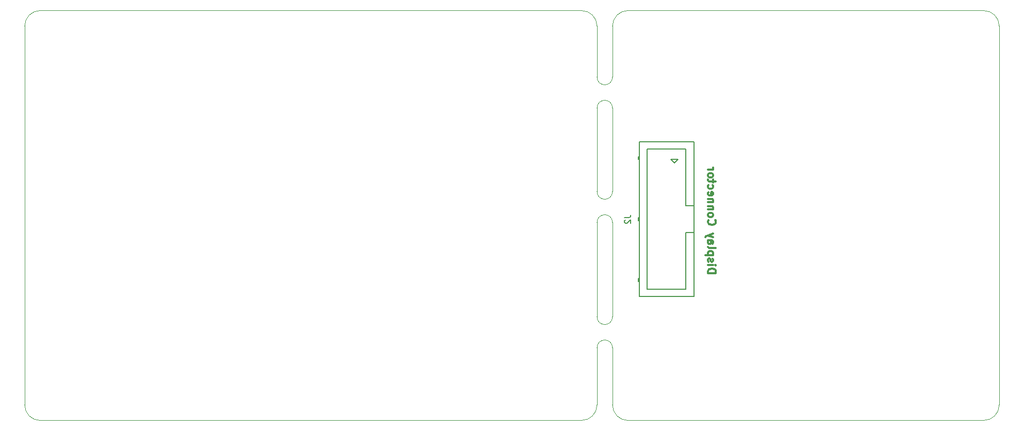
<source format=gbo>
%TF.GenerationSoftware,KiCad,Pcbnew,(6.0.8-1)-1*%
%TF.CreationDate,2022-12-06T10:12:17+03:00*%
%TF.ProjectId,MilkPompV2,4d696c6b-506f-46d7-9056-322e6b696361,V1*%
%TF.SameCoordinates,Original*%
%TF.FileFunction,Legend,Bot*%
%TF.FilePolarity,Positive*%
%FSLAX46Y46*%
G04 Gerber Fmt 4.6, Leading zero omitted, Abs format (unit mm)*
G04 Created by KiCad (PCBNEW (6.0.8-1)-1) date 2022-12-06 10:12:17*
%MOMM*%
%LPD*%
G01*
G04 APERTURE LIST*
%TA.AperFunction,Profile*%
%ADD10C,0.100000*%
%TD*%
%ADD11C,0.300000*%
%ADD12C,0.150000*%
G04 APERTURE END LIST*
D10*
X173990000Y-118872000D02*
G75*
G03*
X176530000Y-118872000I1270000J0D01*
G01*
X176530000Y-123952000D02*
G75*
G03*
X173990000Y-123952000I-1270000J0D01*
G01*
X171450000Y-135890000D02*
G75*
G03*
X173990000Y-133350000I0J2540000D01*
G01*
X173990000Y-79502000D02*
G75*
G03*
X176530000Y-79502000I1270000J0D01*
G01*
X179070000Y-135890000D02*
X237490000Y-135890000D01*
X176530000Y-84582000D02*
G75*
G03*
X173990000Y-84582000I-1270000J0D01*
G01*
X173990000Y-71120000D02*
G75*
G03*
X171450000Y-68580000I-2540000J0D01*
G01*
X82550000Y-68580000D02*
G75*
G03*
X80010000Y-71120000I0J-2540000D01*
G01*
X176530000Y-98298000D02*
X176530000Y-84582000D01*
X176530000Y-133350000D02*
G75*
G03*
X179070000Y-135890000I2540000J0D01*
G01*
X173990000Y-98298000D02*
X173990000Y-84582000D01*
X80010000Y-133350000D02*
G75*
G03*
X82550000Y-135890000I2540000J0D01*
G01*
X82550000Y-68580000D02*
X171450000Y-68580000D01*
X173990000Y-98298000D02*
G75*
G03*
X176530000Y-98298000I1270000J0D01*
G01*
X237490000Y-68580000D02*
X179070000Y-68580000D01*
X173990000Y-133350000D02*
X173990000Y-123952000D01*
X240030000Y-133350000D02*
X240030000Y-71120000D01*
X240030000Y-71120000D02*
G75*
G03*
X237490000Y-68580000I-2540000J0D01*
G01*
X173990000Y-71120000D02*
X173990000Y-79502000D01*
X171450000Y-135890000D02*
X82550000Y-135890000D01*
X80010000Y-133350000D02*
X80010000Y-71120000D01*
X237490000Y-135890000D02*
G75*
G03*
X240030000Y-133350000I0J2540000D01*
G01*
X179070000Y-68580000D02*
G75*
G03*
X176530000Y-71120000I0J-2540000D01*
G01*
X173990000Y-118872000D02*
X173990000Y-103378000D01*
X176530000Y-79502000D02*
X176530000Y-71120000D01*
X176530000Y-103378000D02*
G75*
G03*
X173990000Y-103378000I-1270000J0D01*
G01*
X176530000Y-133350000D02*
X176530000Y-123952000D01*
X176530000Y-118872000D02*
X176530000Y-103378000D01*
D11*
X192197904Y-111697809D02*
X193497904Y-111697809D01*
X193497904Y-111388285D01*
X193436000Y-111202571D01*
X193312190Y-111078761D01*
X193188380Y-111016857D01*
X192940761Y-110954952D01*
X192755047Y-110954952D01*
X192507428Y-111016857D01*
X192383619Y-111078761D01*
X192259809Y-111202571D01*
X192197904Y-111388285D01*
X192197904Y-111697809D01*
X192197904Y-110397809D02*
X193064571Y-110397809D01*
X193497904Y-110397809D02*
X193436000Y-110459714D01*
X193374095Y-110397809D01*
X193436000Y-110335904D01*
X193497904Y-110397809D01*
X193374095Y-110397809D01*
X192259809Y-109840666D02*
X192197904Y-109716857D01*
X192197904Y-109469238D01*
X192259809Y-109345428D01*
X192383619Y-109283523D01*
X192445523Y-109283523D01*
X192569333Y-109345428D01*
X192631238Y-109469238D01*
X192631238Y-109654952D01*
X192693142Y-109778761D01*
X192816952Y-109840666D01*
X192878857Y-109840666D01*
X193002666Y-109778761D01*
X193064571Y-109654952D01*
X193064571Y-109469238D01*
X193002666Y-109345428D01*
X193064571Y-108726380D02*
X191764571Y-108726380D01*
X193002666Y-108726380D02*
X193064571Y-108602571D01*
X193064571Y-108354952D01*
X193002666Y-108231142D01*
X192940761Y-108169238D01*
X192816952Y-108107333D01*
X192445523Y-108107333D01*
X192321714Y-108169238D01*
X192259809Y-108231142D01*
X192197904Y-108354952D01*
X192197904Y-108602571D01*
X192259809Y-108726380D01*
X192197904Y-107364476D02*
X192259809Y-107488285D01*
X192383619Y-107550190D01*
X193497904Y-107550190D01*
X192197904Y-106312095D02*
X192878857Y-106312095D01*
X193002666Y-106374000D01*
X193064571Y-106497809D01*
X193064571Y-106745428D01*
X193002666Y-106869238D01*
X192259809Y-106312095D02*
X192197904Y-106435904D01*
X192197904Y-106745428D01*
X192259809Y-106869238D01*
X192383619Y-106931142D01*
X192507428Y-106931142D01*
X192631238Y-106869238D01*
X192693142Y-106745428D01*
X192693142Y-106435904D01*
X192755047Y-106312095D01*
X193064571Y-105816857D02*
X192197904Y-105507333D01*
X193064571Y-105197809D02*
X192197904Y-105507333D01*
X191888380Y-105631142D01*
X191826476Y-105693047D01*
X191764571Y-105816857D01*
X192321714Y-102969238D02*
X192259809Y-103031142D01*
X192197904Y-103216857D01*
X192197904Y-103340666D01*
X192259809Y-103526380D01*
X192383619Y-103650190D01*
X192507428Y-103712095D01*
X192755047Y-103774000D01*
X192940761Y-103774000D01*
X193188380Y-103712095D01*
X193312190Y-103650190D01*
X193436000Y-103526380D01*
X193497904Y-103340666D01*
X193497904Y-103216857D01*
X193436000Y-103031142D01*
X193374095Y-102969238D01*
X192197904Y-102226380D02*
X192259809Y-102350190D01*
X192321714Y-102412095D01*
X192445523Y-102474000D01*
X192816952Y-102474000D01*
X192940761Y-102412095D01*
X193002666Y-102350190D01*
X193064571Y-102226380D01*
X193064571Y-102040666D01*
X193002666Y-101916857D01*
X192940761Y-101854952D01*
X192816952Y-101793047D01*
X192445523Y-101793047D01*
X192321714Y-101854952D01*
X192259809Y-101916857D01*
X192197904Y-102040666D01*
X192197904Y-102226380D01*
X193064571Y-101235904D02*
X192197904Y-101235904D01*
X192940761Y-101235904D02*
X193002666Y-101174000D01*
X193064571Y-101050190D01*
X193064571Y-100864476D01*
X193002666Y-100740666D01*
X192878857Y-100678761D01*
X192197904Y-100678761D01*
X193064571Y-100059714D02*
X192197904Y-100059714D01*
X192940761Y-100059714D02*
X193002666Y-99997809D01*
X193064571Y-99874000D01*
X193064571Y-99688285D01*
X193002666Y-99564476D01*
X192878857Y-99502571D01*
X192197904Y-99502571D01*
X192259809Y-98388285D02*
X192197904Y-98512095D01*
X192197904Y-98759714D01*
X192259809Y-98883523D01*
X192383619Y-98945428D01*
X192878857Y-98945428D01*
X193002666Y-98883523D01*
X193064571Y-98759714D01*
X193064571Y-98512095D01*
X193002666Y-98388285D01*
X192878857Y-98326380D01*
X192755047Y-98326380D01*
X192631238Y-98945428D01*
X192259809Y-97212095D02*
X192197904Y-97335904D01*
X192197904Y-97583523D01*
X192259809Y-97707333D01*
X192321714Y-97769238D01*
X192445523Y-97831142D01*
X192816952Y-97831142D01*
X192940761Y-97769238D01*
X193002666Y-97707333D01*
X193064571Y-97583523D01*
X193064571Y-97335904D01*
X193002666Y-97212095D01*
X193064571Y-96840666D02*
X193064571Y-96345428D01*
X193497904Y-96654952D02*
X192383619Y-96654952D01*
X192259809Y-96593047D01*
X192197904Y-96469238D01*
X192197904Y-96345428D01*
X192197904Y-95726380D02*
X192259809Y-95850190D01*
X192321714Y-95912095D01*
X192445523Y-95974000D01*
X192816952Y-95974000D01*
X192940761Y-95912095D01*
X193002666Y-95850190D01*
X193064571Y-95726380D01*
X193064571Y-95540666D01*
X193002666Y-95416857D01*
X192940761Y-95354952D01*
X192816952Y-95293047D01*
X192445523Y-95293047D01*
X192321714Y-95354952D01*
X192259809Y-95416857D01*
X192197904Y-95540666D01*
X192197904Y-95726380D01*
X192197904Y-94735904D02*
X193064571Y-94735904D01*
X192816952Y-94735904D02*
X192940761Y-94674000D01*
X193002666Y-94612095D01*
X193064571Y-94488285D01*
X193064571Y-94364476D01*
D12*
%TO.C,J2*%
X178522380Y-102536666D02*
X179236666Y-102536666D01*
X179379523Y-102489047D01*
X179474761Y-102393809D01*
X179522380Y-102250952D01*
X179522380Y-102155714D01*
X178617619Y-102965238D02*
X178570000Y-103012857D01*
X178522380Y-103108095D01*
X178522380Y-103346190D01*
X178570000Y-103441428D01*
X178617619Y-103489047D01*
X178712857Y-103536666D01*
X178808095Y-103536666D01*
X178950952Y-103489047D01*
X179522380Y-102917619D01*
X179522380Y-103536666D01*
X186095000Y-92997595D02*
X186695000Y-93597595D01*
X188595000Y-91327595D02*
X182255000Y-91327595D01*
X180855000Y-102567595D02*
X180855000Y-103067595D01*
X180755000Y-93047595D02*
X180955000Y-93047595D01*
X180955000Y-115507595D02*
X189895000Y-115507595D01*
X180755000Y-92547595D02*
X180755000Y-93047595D01*
X180755000Y-102567595D02*
X180755000Y-103067595D01*
X187295000Y-92997595D02*
X186095000Y-92997595D01*
X180755000Y-113087595D02*
X180955000Y-113087595D01*
X182255000Y-114307595D02*
X188595000Y-114307595D01*
X182255000Y-91327595D02*
X182255000Y-114307595D01*
X188595000Y-100592595D02*
X188595000Y-91327595D01*
X180755000Y-103067595D02*
X180955000Y-103067595D01*
X180855000Y-112587595D02*
X180855000Y-113087595D01*
X189895000Y-115507595D02*
X189895000Y-90127595D01*
X180955000Y-92547595D02*
X180755000Y-92547595D01*
X180755000Y-112587595D02*
X180755000Y-113087595D01*
X180955000Y-112587595D02*
X180755000Y-112587595D01*
X188595000Y-114307595D02*
X188595000Y-105042595D01*
X186695000Y-93597595D02*
X187295000Y-92997595D01*
X188595000Y-105042595D02*
X189895000Y-105042595D01*
X180955000Y-102567595D02*
X180755000Y-102567595D01*
X180855000Y-92547595D02*
X180855000Y-93047595D01*
X189895000Y-90127595D02*
X180955000Y-90127595D01*
X180955000Y-90127595D02*
X180955000Y-115507595D01*
X189895000Y-100592595D02*
X188595000Y-100592595D01*
%TD*%
M02*

</source>
